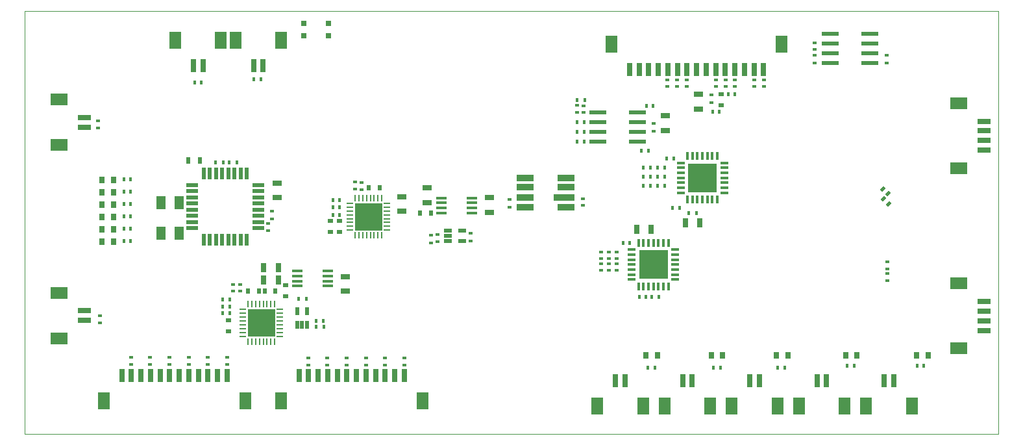
<source format=gbp>
G04*
G04 #@! TF.GenerationSoftware,Altium Limited,Altium Designer,19.1.5 (86)*
G04*
G04 Layer_Color=128*
%FSLAX44Y44*%
%MOMM*%
G71*
G01*
G75*
%ADD17C,0.1000*%
%ADD18R,0.6000X0.4000*%
%ADD19R,0.4000X0.6000*%
%ADD20R,0.6000X0.4500*%
%ADD21R,0.4500X0.6000*%
%ADD27R,0.8000X0.6000*%
%ADD30R,0.7000X0.9000*%
%ADD33R,0.5000X0.9000*%
%ADD35R,1.3000X0.8000*%
G04:AMPARAMS|DCode=69|XSize=0.4mm|YSize=0.6mm|CornerRadius=0mm|HoleSize=0mm|Usage=FLASHONLY|Rotation=135.000|XOffset=0mm|YOffset=0mm|HoleType=Round|Shape=Rectangle|*
%AMROTATEDRECTD69*
4,1,4,0.3536,0.0707,-0.0707,-0.3536,-0.3536,-0.0707,0.0707,0.3536,0.3536,0.0707,0.0*
%
%ADD69ROTATEDRECTD69*%

%ADD70R,0.8000X1.3000*%
%ADD71R,0.7000X0.7500*%
%ADD72R,3.7000X3.7000*%
%ADD73R,0.3300X1.0400*%
%ADD74R,1.0400X0.3300*%
%ADD75R,0.5500X1.5000*%
%ADD76R,1.5000X0.5500*%
%ADD77R,2.2000X0.6000*%
%ADD78R,2.2500X0.9000*%
%ADD79R,2.8000X0.9000*%
%ADD80R,1.6000X2.2000*%
%ADD81R,0.7000X1.8000*%
%ADD82R,0.6000X0.8000*%
%ADD83R,3.6000X3.6000*%
%ADD84R,0.8400X0.2600*%
%ADD85R,0.2600X0.8400*%
%ADD86R,1.0000X0.4700*%
%ADD87R,1.3500X0.4500*%
%ADD88R,1.2000X1.8000*%
%ADD89R,0.4700X1.0000*%
%ADD90R,1.8000X0.7000*%
%ADD91R,2.2000X1.6000*%
G36*
X895620Y317851D02*
X867761D01*
Y345710D01*
X895620D01*
Y317851D01*
D02*
G37*
G36*
X464031Y285513D02*
X450610D01*
Y298910D01*
X464031D01*
Y285513D01*
D02*
G37*
G36*
X446008Y285511D02*
X432610D01*
Y298910D01*
X446008D01*
Y285511D01*
D02*
G37*
G36*
X446006Y267485D02*
X432610D01*
Y280910D01*
X446006D01*
Y267485D01*
D02*
G37*
G36*
X464040Y267480D02*
X450610D01*
Y280910D01*
X464040D01*
Y267480D01*
D02*
G37*
G36*
X831710Y204721D02*
X803851D01*
Y232580D01*
X831710D01*
Y204721D01*
D02*
G37*
G36*
X324331Y147083D02*
X310910D01*
Y160480D01*
X324331D01*
Y147083D01*
D02*
G37*
G36*
X306308Y147081D02*
X292910D01*
Y160480D01*
X306308D01*
Y147081D01*
D02*
G37*
G36*
X306306Y129055D02*
X292910D01*
Y142480D01*
X306306D01*
Y129055D01*
D02*
G37*
G36*
X324340Y129050D02*
X310910D01*
Y142480D01*
X324340D01*
Y129050D01*
D02*
G37*
D17*
X0Y0D02*
X1270000D01*
Y551180D01*
X0D02*
X1270000D01*
X0Y0D02*
Y551180D01*
D18*
X1125220Y208970D02*
D03*
Y199970D02*
D03*
X264160Y90750D02*
D03*
Y99750D02*
D03*
X239014Y90750D02*
D03*
Y99750D02*
D03*
X213868Y90750D02*
D03*
Y99750D02*
D03*
X188722Y90750D02*
D03*
Y99750D02*
D03*
X163576Y90750D02*
D03*
Y99750D02*
D03*
X138430Y90750D02*
D03*
Y99750D02*
D03*
X495300Y90060D02*
D03*
Y99060D02*
D03*
X470154Y90060D02*
D03*
Y99060D02*
D03*
X445008Y90060D02*
D03*
Y99060D02*
D03*
X419862Y90060D02*
D03*
Y99060D02*
D03*
X394716Y90060D02*
D03*
Y99060D02*
D03*
X369570Y90060D02*
D03*
Y99060D02*
D03*
X1029970Y500960D02*
D03*
Y509960D02*
D03*
X727710Y297760D02*
D03*
Y306760D02*
D03*
X772160Y222250D02*
D03*
Y213250D02*
D03*
X762000Y222250D02*
D03*
Y213250D02*
D03*
X751840Y222250D02*
D03*
Y213250D02*
D03*
X772160Y237490D02*
D03*
Y228490D02*
D03*
X762000Y237490D02*
D03*
Y228490D02*
D03*
X751840Y237490D02*
D03*
Y228490D02*
D03*
X95250Y407780D02*
D03*
Y398780D02*
D03*
X97790Y153780D02*
D03*
Y144780D02*
D03*
X1125220Y224210D02*
D03*
Y215210D02*
D03*
X430530Y319350D02*
D03*
Y328350D02*
D03*
X271780Y186000D02*
D03*
Y195000D02*
D03*
X538480Y259770D02*
D03*
Y250770D02*
D03*
X439420Y318770D02*
D03*
Y327770D02*
D03*
X280670Y186000D02*
D03*
Y195000D02*
D03*
X728980Y418990D02*
D03*
Y427990D02*
D03*
X720090Y428100D02*
D03*
Y419100D02*
D03*
X317500Y265320D02*
D03*
Y274320D02*
D03*
X838200Y452700D02*
D03*
Y461700D02*
D03*
X850900Y452700D02*
D03*
Y461700D02*
D03*
X863600Y452700D02*
D03*
Y461700D02*
D03*
X901700Y452700D02*
D03*
Y461700D02*
D03*
X914400Y452700D02*
D03*
Y461700D02*
D03*
X925830Y452700D02*
D03*
Y461700D02*
D03*
X951230Y452700D02*
D03*
Y461700D02*
D03*
X963930Y452700D02*
D03*
Y461700D02*
D03*
D19*
X821690Y86360D02*
D03*
X812690D02*
D03*
X907470D02*
D03*
X898470D02*
D03*
X991290D02*
D03*
X982290D02*
D03*
X1082040Y88900D02*
D03*
X1073040D02*
D03*
X1172900D02*
D03*
X1163900D02*
D03*
X906200Y420370D02*
D03*
X897200D02*
D03*
X138090Y283675D02*
D03*
X129090D02*
D03*
X138090Y267567D02*
D03*
X129090D02*
D03*
X138090Y251460D02*
D03*
X129090D02*
D03*
X138090Y299782D02*
D03*
X129090D02*
D03*
X138090Y315889D02*
D03*
X129090D02*
D03*
X138090Y331996D02*
D03*
X129090D02*
D03*
X816030Y323850D02*
D03*
X807030D02*
D03*
X816030Y335355D02*
D03*
X807030D02*
D03*
X816030Y346860D02*
D03*
X807030D02*
D03*
X834690Y323850D02*
D03*
X825690D02*
D03*
X834690Y335280D02*
D03*
X825690D02*
D03*
X834690Y346860D02*
D03*
X825690D02*
D03*
X837510Y359410D02*
D03*
X846510D02*
D03*
X780360Y248920D02*
D03*
X789360D02*
D03*
X845130Y294640D02*
D03*
X854130D02*
D03*
X810370Y179070D02*
D03*
X801370D02*
D03*
X308030Y462280D02*
D03*
X299030D02*
D03*
X230560Y458470D02*
D03*
X221560D02*
D03*
X410900Y285750D02*
D03*
X401900D02*
D03*
X258390Y157480D02*
D03*
X267390D02*
D03*
X401900Y304800D02*
D03*
X410900D02*
D03*
X267390Y175260D02*
D03*
X258390D02*
D03*
X389310Y147320D02*
D03*
X380310D02*
D03*
X410900Y295910D02*
D03*
X401900D02*
D03*
X267390Y166370D02*
D03*
X258390D02*
D03*
X729670Y406400D02*
D03*
X720670D02*
D03*
Y381000D02*
D03*
X729670D02*
D03*
X819840Y427990D02*
D03*
X810840D02*
D03*
X813490Y369570D02*
D03*
X804490D02*
D03*
X729670Y393700D02*
D03*
X720670D02*
D03*
X917520Y443230D02*
D03*
X926520D02*
D03*
D20*
X895350Y431880D02*
D03*
Y441880D02*
D03*
X1029970Y483950D02*
D03*
Y493950D02*
D03*
X1123950D02*
D03*
Y483950D02*
D03*
X632460Y295990D02*
D03*
Y305990D02*
D03*
X529590Y249000D02*
D03*
Y259000D02*
D03*
X581660Y261540D02*
D03*
Y251540D02*
D03*
X820420Y405050D02*
D03*
Y395050D02*
D03*
X322580Y280750D02*
D03*
Y290750D02*
D03*
D21*
X866220Y288290D02*
D03*
X876220D02*
D03*
X817380Y179070D02*
D03*
X827380D02*
D03*
X379810Y139700D02*
D03*
X389810D02*
D03*
X356950Y176530D02*
D03*
X366950D02*
D03*
X730250Y435610D02*
D03*
X720250D02*
D03*
X276860Y354330D02*
D03*
X266860D02*
D03*
X258920D02*
D03*
X248920D02*
D03*
D27*
X908050Y442610D02*
D03*
Y428610D02*
D03*
X398780Y277510D02*
D03*
Y263510D02*
D03*
X410210Y277510D02*
D03*
Y263510D02*
D03*
X340360Y193690D02*
D03*
Y179690D02*
D03*
X265430Y147970D02*
D03*
Y133970D02*
D03*
D30*
X100570Y283168D02*
D03*
X115570D02*
D03*
X100570Y267061D02*
D03*
X115570D02*
D03*
X100570Y250954D02*
D03*
X115570D02*
D03*
X895470Y102870D02*
D03*
X910470D02*
D03*
X980560D02*
D03*
X995560D02*
D03*
X1070730D02*
D03*
X1085730D02*
D03*
X810380D02*
D03*
X825380D02*
D03*
X1163440D02*
D03*
X1178440D02*
D03*
X100570Y299256D02*
D03*
X115570D02*
D03*
X100570Y315363D02*
D03*
X115570D02*
D03*
X100570Y331470D02*
D03*
X115570D02*
D03*
D33*
X213480Y356870D02*
D03*
X228480D02*
D03*
D35*
X878840Y423570D02*
D03*
Y442570D02*
D03*
X835660Y414630D02*
D03*
Y395630D02*
D03*
X491490Y290220D02*
D03*
Y309220D02*
D03*
X605790Y288950D02*
D03*
Y307950D02*
D03*
X524510Y320650D02*
D03*
Y301650D02*
D03*
X328930Y327000D02*
D03*
Y308000D02*
D03*
X417830Y186080D02*
D03*
Y205080D02*
D03*
D69*
X1120396Y306340D02*
D03*
X1126760Y299976D02*
D03*
X1119498Y319412D02*
D03*
X1125862Y313048D02*
D03*
D70*
X861720Y275590D02*
D03*
X880720D02*
D03*
X817220Y266700D02*
D03*
X798220D02*
D03*
X311810Y200660D02*
D03*
X330810D02*
D03*
X311810Y217170D02*
D03*
X330810D02*
D03*
D71*
X363730Y535300D02*
D03*
X395730D02*
D03*
Y518800D02*
D03*
X363730D02*
D03*
D72*
X820010Y220880D02*
D03*
X883920Y334010D02*
D03*
D73*
X839510Y249230D02*
D03*
X833010D02*
D03*
X826510D02*
D03*
X820010D02*
D03*
X813510D02*
D03*
X807010D02*
D03*
X800510D02*
D03*
Y192530D02*
D03*
X807010D02*
D03*
X813510D02*
D03*
X820010D02*
D03*
X826510D02*
D03*
X833010D02*
D03*
X839510D02*
D03*
X903420Y305660D02*
D03*
X896920D02*
D03*
X890420D02*
D03*
X883920D02*
D03*
X877420D02*
D03*
X870920D02*
D03*
X864420D02*
D03*
Y362360D02*
D03*
X870920D02*
D03*
X877420D02*
D03*
X883920D02*
D03*
X890420D02*
D03*
X896920D02*
D03*
X903420D02*
D03*
D74*
X848360Y201380D02*
D03*
Y207880D02*
D03*
Y214380D02*
D03*
Y220880D02*
D03*
Y227380D02*
D03*
Y233880D02*
D03*
Y240380D02*
D03*
X791660D02*
D03*
Y233880D02*
D03*
Y227380D02*
D03*
Y220880D02*
D03*
Y214380D02*
D03*
Y207880D02*
D03*
Y201380D02*
D03*
X855570Y314510D02*
D03*
Y321010D02*
D03*
Y327510D02*
D03*
Y334010D02*
D03*
Y340510D02*
D03*
Y347010D02*
D03*
Y353510D02*
D03*
X912270D02*
D03*
Y347010D02*
D03*
Y340510D02*
D03*
Y334010D02*
D03*
Y327510D02*
D03*
Y321010D02*
D03*
Y314510D02*
D03*
D75*
X289440Y253480D02*
D03*
X281440D02*
D03*
X273440D02*
D03*
X265440D02*
D03*
X257440D02*
D03*
X249440D02*
D03*
X241440D02*
D03*
X233440D02*
D03*
Y339480D02*
D03*
X241440D02*
D03*
X249440D02*
D03*
X257440D02*
D03*
X265440D02*
D03*
X273440D02*
D03*
X281440D02*
D03*
X289440D02*
D03*
D76*
X218440Y268480D02*
D03*
Y276480D02*
D03*
Y284480D02*
D03*
Y292480D02*
D03*
Y300480D02*
D03*
Y308480D02*
D03*
Y316480D02*
D03*
Y324480D02*
D03*
X304440D02*
D03*
Y316480D02*
D03*
Y308480D02*
D03*
Y300480D02*
D03*
Y292480D02*
D03*
Y284480D02*
D03*
Y276480D02*
D03*
Y268480D02*
D03*
D77*
X1102290Y521970D02*
D03*
Y509270D02*
D03*
Y483870D02*
D03*
X1050290Y521970D02*
D03*
Y509270D02*
D03*
Y483870D02*
D03*
X1102290Y496570D02*
D03*
X1050290D02*
D03*
X747430Y381000D02*
D03*
Y393700D02*
D03*
Y419100D02*
D03*
X799430Y381000D02*
D03*
Y393700D02*
D03*
Y419100D02*
D03*
X747430Y406400D02*
D03*
X799430D02*
D03*
D78*
X706200Y333960D02*
D03*
Y321460D02*
D03*
Y295960D02*
D03*
X652700D02*
D03*
Y308460D02*
D03*
Y321460D02*
D03*
Y333960D02*
D03*
D79*
X703450Y308460D02*
D03*
D80*
X103030Y43200D02*
D03*
X287530D02*
D03*
X334170D02*
D03*
X518670D02*
D03*
X1156970Y36830D02*
D03*
X1097470D02*
D03*
X1069340D02*
D03*
X1009840D02*
D03*
X894080D02*
D03*
X834580D02*
D03*
X981710Y36830D02*
D03*
X922210D02*
D03*
X806450D02*
D03*
X746950D02*
D03*
X987300Y507980D02*
D03*
X765300D02*
D03*
X196310Y513060D02*
D03*
X255810D02*
D03*
X274950D02*
D03*
X334450D02*
D03*
D81*
X126530Y76200D02*
D03*
X139030D02*
D03*
X164030D02*
D03*
X151530D02*
D03*
X201530D02*
D03*
X214030D02*
D03*
X189030D02*
D03*
X176530D02*
D03*
X239030D02*
D03*
X226530D02*
D03*
X251530D02*
D03*
X264030D02*
D03*
X357670D02*
D03*
X370170D02*
D03*
X395170D02*
D03*
X382670D02*
D03*
X432670D02*
D03*
X445170D02*
D03*
X420170D02*
D03*
X407670D02*
D03*
X470170D02*
D03*
X457670D02*
D03*
X482670D02*
D03*
X495170D02*
D03*
X1133470Y69830D02*
D03*
X1120970D02*
D03*
X1045840D02*
D03*
X1033340D02*
D03*
X870580D02*
D03*
X858080D02*
D03*
X958210Y69830D02*
D03*
X945710D02*
D03*
X782950D02*
D03*
X770450D02*
D03*
X963800Y474980D02*
D03*
X951300D02*
D03*
X926300D02*
D03*
X938800D02*
D03*
X888800D02*
D03*
X876300D02*
D03*
X901300D02*
D03*
X913800D02*
D03*
X851300D02*
D03*
X863800D02*
D03*
X801300D02*
D03*
X788800D02*
D03*
X838800D02*
D03*
X813800D02*
D03*
X826300D02*
D03*
X219810Y480060D02*
D03*
X232310D02*
D03*
X298450D02*
D03*
X310950D02*
D03*
D82*
X462930Y321310D02*
D03*
X448930D02*
D03*
X515590Y288290D02*
D03*
X529590D02*
D03*
X305450Y186690D02*
D03*
X291450D02*
D03*
X327040D02*
D03*
X313040D02*
D03*
D83*
X448310Y283210D02*
D03*
X308610Y144780D02*
D03*
D84*
X423960Y300710D02*
D03*
Y295710D02*
D03*
Y290710D02*
D03*
Y285710D02*
D03*
Y280710D02*
D03*
Y275710D02*
D03*
Y270710D02*
D03*
Y265710D02*
D03*
X472660D02*
D03*
Y270710D02*
D03*
Y275710D02*
D03*
Y280710D02*
D03*
Y285710D02*
D03*
Y290710D02*
D03*
Y295710D02*
D03*
Y300710D02*
D03*
X284260Y162280D02*
D03*
Y157280D02*
D03*
Y152280D02*
D03*
Y147280D02*
D03*
Y142280D02*
D03*
Y137280D02*
D03*
Y132280D02*
D03*
Y127280D02*
D03*
X332960D02*
D03*
Y132280D02*
D03*
Y137280D02*
D03*
Y142280D02*
D03*
Y147280D02*
D03*
Y152280D02*
D03*
Y157280D02*
D03*
Y162280D02*
D03*
D85*
X465810Y307560D02*
D03*
X460810D02*
D03*
X455810D02*
D03*
X450810D02*
D03*
X445810D02*
D03*
X440810D02*
D03*
X435810D02*
D03*
X430810D02*
D03*
Y258860D02*
D03*
X435810D02*
D03*
X440810D02*
D03*
X445810D02*
D03*
X450810D02*
D03*
X455810D02*
D03*
X460810D02*
D03*
X465810D02*
D03*
X326110Y169130D02*
D03*
X321110D02*
D03*
X316110D02*
D03*
X311110D02*
D03*
X306110D02*
D03*
X301110D02*
D03*
X296110D02*
D03*
X291110D02*
D03*
Y120430D02*
D03*
X296110D02*
D03*
X301110D02*
D03*
X306110D02*
D03*
X311110D02*
D03*
X316110D02*
D03*
X321110D02*
D03*
X326110D02*
D03*
D86*
X552230Y258260D02*
D03*
X570230Y264760D02*
D03*
Y251760D02*
D03*
X552230Y264760D02*
D03*
Y251760D02*
D03*
D87*
X583060Y307640D02*
D03*
Y301140D02*
D03*
Y294640D02*
D03*
Y288140D02*
D03*
X543560Y307640D02*
D03*
Y301140D02*
D03*
Y294640D02*
D03*
Y288140D02*
D03*
X394970Y212240D02*
D03*
Y205740D02*
D03*
Y199240D02*
D03*
Y192740D02*
D03*
X355470Y212240D02*
D03*
Y205740D02*
D03*
Y199240D02*
D03*
Y192740D02*
D03*
D88*
X177800Y261620D02*
D03*
Y301620D02*
D03*
X201800D02*
D03*
Y261620D02*
D03*
D89*
X361620Y142385D02*
D03*
X355120Y160385D02*
D03*
X368120D02*
D03*
X355120Y142385D02*
D03*
X368120D02*
D03*
D90*
X77450Y148150D02*
D03*
Y160650D02*
D03*
X77470Y400050D02*
D03*
Y412550D02*
D03*
X1251458Y407570D02*
D03*
Y395070D02*
D03*
Y370070D02*
D03*
Y382570D02*
D03*
Y172620D02*
D03*
Y160120D02*
D03*
Y135120D02*
D03*
Y147620D02*
D03*
D91*
X44450Y124650D02*
D03*
Y184150D02*
D03*
X44470Y376550D02*
D03*
Y436050D02*
D03*
X1218458Y346570D02*
D03*
Y431070D02*
D03*
Y111620D02*
D03*
Y196120D02*
D03*
M02*

</source>
